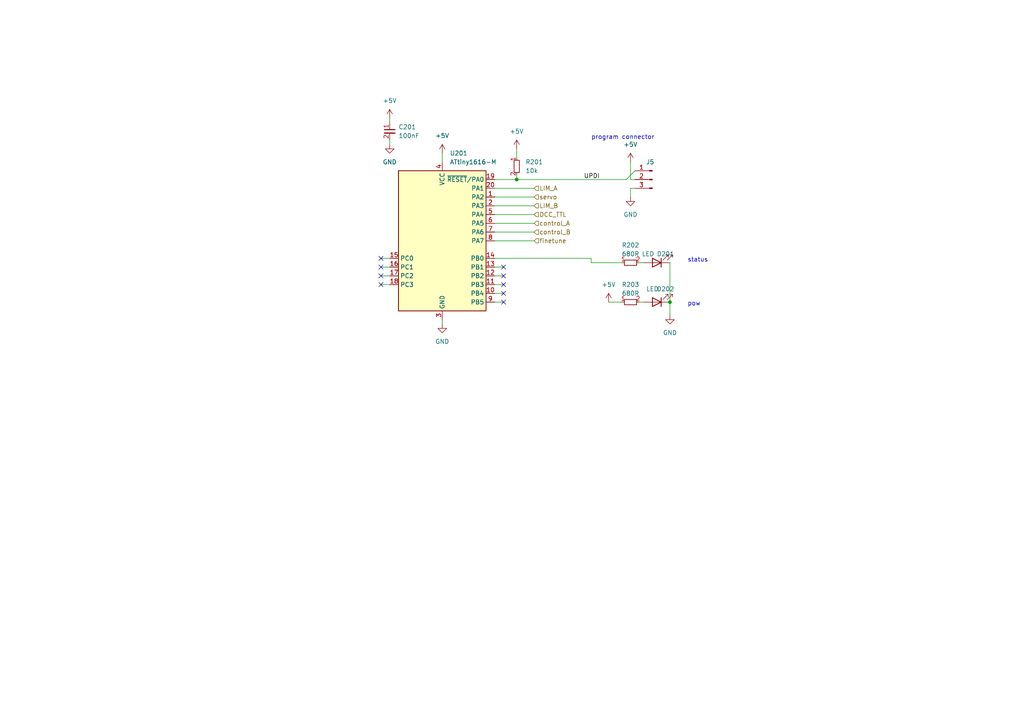
<source format=kicad_sch>
(kicad_sch (version 20230121) (generator eeschema)
  (paper "A4")
  (lib_symbols
    (symbol "Connector:Conn_01x03_Pin" (pin_names (offset 1.016) hide)
      (property "Reference" "J" (at 0 5.08 0))
      (property "Value" "Conn_01x03_Pin" (at 0 -5.08 0))
      (symbol "Conn_01x03_Pin_1_1"
        (polyline (pts (xy 1.27 -2.54) (xy 0.8636 -2.54)) (stroke (width 0.1524)))
        (polyline (pts (xy 1.27 0) (xy 0.8636 0)) (stroke (width 0.1524)))
        (polyline (pts (xy 1.27 2.54) (xy 0.8636 2.54)) (stroke (width 0.1524)))
        (rectangle (start 0.8636 -2.413) (end 0 -2.667) (stroke (width 0.1524)) (fill (type outline)))
        (rectangle (start 0.8636 0.127) (end 0 -0.127) (stroke (width 0.1524)) (fill (type outline)))
        (rectangle (start 0.8636 2.667) (end 0 2.413) (stroke (width 0.1524)) (fill (type outline)))
        (pin passive line (at 5.08 2.54 180) (length 3.81) (name "Pin_1") (number "1"))
        (pin passive line (at 5.08 0 180) (length 3.81) (name "Pin_2") (number "2"))
        (pin passive line (at 5.08 -2.54 180) (length 3.81) (name "Pin_3") (number "3"))
      )
    )
    (symbol "capacitor_miscellaneous:C_0603_100nF"
      (property "Reference" "C" (at 1.27 2.54 0))
      (property "Value" "100nF" (at 3.81 -2.54 0))
      (symbol "C_0603_100nF_0_1"
        (polyline (pts (xy -1.524 -0.508) (xy 1.524 -0.508)) (stroke (width 0.3302)))
        (polyline (pts (xy -1.524 0.508) (xy 1.524 0.508)) (stroke (width 0.3048)))
      )
      (symbol "C_0603_100nF_1_1"
        (pin passive line (at 0 2.54 270) (length 2.032) (name "~") (number "1"))
        (pin passive line (at 0 -2.54 90) (length 2.032) (name "~") (number "2"))
      )
    )
    (symbol "custom_kicad_lib_sk:ATtiny1616-M"
      (property "Reference" "U" (at -12.7 21.59 0))
      (property "Value" "ATtiny1616-M" (at 2.54 -21.59 0))
      (symbol "ATtiny1616-M_0_1"
        (rectangle (start -12.7 -20.32) (end 12.7 20.32) (stroke (width 0.254)) (fill (type background)))
      )
      (symbol "ATtiny1616-M_1_1"
        (pin bidirectional line (at 15.24 12.7 180) (length 2.54) (name "PA2") (number "1"))
        (pin bidirectional line (at 15.24 -15.24 180) (length 2.54) (name "PB4") (number "10"))
        (pin bidirectional line (at 15.24 -12.7 180) (length 2.54) (name "PB3") (number "11"))
        (pin bidirectional line (at 15.24 -10.16 180) (length 2.54) (name "PB2") (number "12"))
        (pin bidirectional line (at 15.24 -7.62 180) (length 2.54) (name "PB1") (number "13"))
        (pin bidirectional line (at 15.24 -5.08 180) (length 2.54) (name "PB0") (number "14"))
        (pin bidirectional line (at -15.24 -5.08 0) (length 2.54) (name "PC0") (number "15"))
        (pin bidirectional line (at -15.24 -7.62 0) (length 2.54) (name "PC1") (number "16"))
        (pin bidirectional line (at -15.24 -10.16 0) (length 2.54) (name "PC2") (number "17"))
        (pin bidirectional line (at -15.24 -12.7 0) (length 2.54) (name "PC3") (number "18"))
        (pin bidirectional line (at 15.24 17.78 180) (length 2.54) (name "~{RESET}/PA0") (number "19"))
        (pin bidirectional line (at 15.24 10.16 180) (length 2.54) (name "PA3") (number "2"))
        (pin bidirectional line (at 15.24 15.24 180) (length 2.54) (name "PA1") (number "20"))
        (pin passive line (at 0 -22.86 90) (length 2.54) hide (name "GND") (number "21"))
        (pin power_in line (at 0 -22.86 90) (length 2.54) (name "GND") (number "3"))
        (pin power_in line (at 0 22.86 270) (length 2.54) (name "VCC") (number "4"))
        (pin bidirectional line (at 15.24 7.62 180) (length 2.54) (name "PA4") (number "5"))
        (pin bidirectional line (at 15.24 5.08 180) (length 2.54) (name "PA5") (number "6"))
        (pin bidirectional line (at 15.24 2.54 180) (length 2.54) (name "PA6") (number "7"))
        (pin bidirectional line (at 15.24 0 180) (length 2.54) (name "PA7") (number "8"))
        (pin bidirectional line (at 15.24 -17.78 180) (length 2.54) (name "PB5") (number "9"))
      )
    )
    (symbol "custom_kicad_lib_sk:LED" (pin_numbers hide) (pin_names (offset 1.016) hide)
      (property "Reference" "D" (at 0 2.54 0))
      (property "Value" "LED" (at 0 -2.54 0))
      (symbol "LED_0_1"
        (polyline (pts (xy -1.27 -1.27) (xy -1.27 1.27)) (stroke (width 0.254)))
        (polyline (pts (xy -1.27 0) (xy 1.27 0)))
        (polyline (pts (xy 1.27 -1.27) (xy 1.27 1.27) (xy -1.27 0) (xy 1.27 -1.27)) (stroke (width 0.254)))
        (polyline (pts (xy -3.048 -0.762) (xy -4.572 -2.286) (xy -3.81 -2.286) (xy -4.572 -2.286) (xy -4.572 -1.524)))
        (polyline (pts (xy -1.778 -0.762) (xy -3.302 -2.286) (xy -2.54 -2.286) (xy -3.302 -2.286) (xy -3.302 -1.524)))
      )
      (symbol "LED_1_1"
        (pin passive line (at -3.81 0 0) (length 2.54) (name "K") (number "1"))
        (pin passive line (at 3.81 0 180) (length 2.54) (name "A") (number "2"))
      )
    )
    (symbol "power:+5V" (power) (pin_names (offset 0))
      (property "Value" "+5V" (at 0 3.556 0))
      (symbol "+5V_0_1"
        (polyline (pts (xy -0.762 1.27) (xy 0 2.54)))
        (polyline (pts (xy 0 0) (xy 0 2.54)))
        (polyline (pts (xy 0 2.54) (xy 0.762 1.27)))
      )
      (symbol "+5V_1_1"
        (pin power_in line (at 0 0 90) (length 0) hide (name "+5V") (number "1"))
      )
    )
    (symbol "power:GND" (power) (pin_names (offset 0))
      (property "Value" "GND" (at 0 -3.81 0))
      (symbol "GND_0_1"
        (polyline (pts (xy 0 0) (xy 0 -1.27) (xy 1.27 -1.27) (xy 0 -2.54) (xy -1.27 -1.27) (xy 0 -1.27)))
      )
      (symbol "GND_1_1"
        (pin power_in line (at 0 0 270) (length 0) hide (name "GND") (number "1"))
      )
    )
    (symbol "resistors_0603:R_10k_0603"
      (property "Reference" "R" (at 1.27 2.54 0))
      (property "Value" "10k" (at 2.54 -2.54 0))
      (symbol "R_10k_0603_0_1"
        (rectangle (start -0.762 1.778) (end 0.762 -1.778) (stroke (width 0.2032)))
      )
      (symbol "R_10k_0603_1_1"
        (pin passive line (at 0 2.54 270) (length 0.762) (name "~") (number "1"))
        (pin passive line (at 0 -2.54 90) (length 0.762) (name "~") (number "2"))
      )
    )
    (symbol "resistors_0603:R_680R_0603"
      (property "Reference" "R" (at 1.27 2.54 0))
      (property "Value" "680R" (at 2.54 -2.54 0))
      (symbol "R_680R_0603_0_1"
        (rectangle (start -0.762 1.778) (end 0.762 -1.778) (stroke (width 0.2032)))
      )
      (symbol "R_680R_0603_1_1"
        (pin passive line (at 0 2.54 270) (length 0.762) (name "~") (number "1"))
        (pin passive line (at 0 -2.54 90) (length 0.762) (name "~") (number "2"))
      )
    )
  )
  (junction (at 149.86 52.07))
  (junction (at 194.31 87.63))
  (no_connect (at 110.49 80.01))
  (no_connect (at 146.05 82.55))
  (no_connect (at 146.05 85.09))
  (no_connect (at 146.05 80.01))
  (no_connect (at 110.49 74.93))
  (no_connect (at 146.05 77.47))
  (no_connect (at 146.05 87.63))
  (no_connect (at 110.49 77.47))
  (no_connect (at 110.49 82.55))
  (wire (pts (xy 110.49 82.55) (xy 113.03 82.55)))
  (wire (pts (xy 185.42 76.2) (xy 186.69 76.2)))
  (wire (pts (xy 176.53 87.63) (xy 180.34 87.63)))
  (wire (pts (xy 110.49 77.47) (xy 113.03 77.47)))
  (wire (pts (xy 185.42 87.63) (xy 186.69 87.63)))
  (wire (pts (xy 143.51 64.77) (xy 154.94 64.77)))
  (wire (pts (xy 146.05 85.09) (xy 143.51 85.09)))
  (wire (pts (xy 146.05 87.63) (xy 143.51 87.63)))
  (wire (pts (xy 182.88 54.61) (xy 184.15 54.61)))
  (wire (pts (xy 180.34 76.2) (xy 171.45 76.2)))
  (wire (pts (xy 143.51 59.69) (xy 154.94 59.69)))
  (wire (pts (xy 143.51 52.07) (xy 149.86 52.07)))
  (wire (pts (xy 143.51 54.61) (xy 154.94 54.61)))
  (wire (pts (xy 143.51 69.85) (xy 154.94 69.85)))
  (wire (pts (xy 182.88 52.07) (xy 184.15 52.07)))
  (wire (pts (xy 181.61 52.07) (xy 184.15 49.53)))
  (wire (pts (xy 149.86 52.07) (xy 181.61 52.07)))
  (wire (pts (xy 110.49 80.01) (xy 113.03 80.01)))
  (wire (pts (xy 128.27 44.45) (xy 128.27 46.99)))
  (wire (pts (xy 128.27 92.71) (xy 128.27 93.98)))
  (wire (pts (xy 143.51 62.23) (xy 154.94 62.23)))
  (wire (pts (xy 146.05 80.01) (xy 143.51 80.01)))
  (wire (pts (xy 149.86 50.8) (xy 149.86 52.07)))
  (wire (pts (xy 194.31 87.63) (xy 194.31 91.44)))
  (wire (pts (xy 113.03 34.29) (xy 113.03 35.56)))
  (wire (pts (xy 146.05 77.47) (xy 143.51 77.47)))
  (wire (pts (xy 182.88 54.61) (xy 182.88 57.15)))
  (wire (pts (xy 143.51 74.93) (xy 171.45 74.93)))
  (wire (pts (xy 110.49 74.93) (xy 113.03 74.93)))
  (wire (pts (xy 113.03 40.64) (xy 113.03 41.91)))
  (wire (pts (xy 143.51 57.15) (xy 154.94 57.15)))
  (wire (pts (xy 194.31 76.2) (xy 194.31 87.63)))
  (wire (pts (xy 146.05 82.55) (xy 143.51 82.55)))
  (wire (pts (xy 182.88 46.99) (xy 182.88 52.07)))
  (wire (pts (xy 143.51 67.31) (xy 154.94 67.31)))
  (wire (pts (xy 149.86 43.18) (xy 149.86 45.72)))
  (wire (pts (xy 171.45 76.2) (xy 171.45 74.93)))
  (text "pow" (at 199.39 88.9 0) (effects (font (size 1.27 1.27)) (justify left bottom)))
  (text "program connector" (at 171.45 40.64 0) (effects (font (size 1.27 1.27)) (justify left bottom)))
  (text "status\n" (at 199.39 76.2 0) (effects (font (size 1.27 1.27)) (justify left bottom)))
  (label "UPDI" (at 173.99 52.07 180))
  (hierarchical_label "control_B" (shape input) (at 154.94 67.31 0))
  (hierarchical_label "control_A" (shape input) (at 154.94 64.77 0))
  (hierarchical_label "servo" (shape input) (at 154.94 57.15 0))
  (hierarchical_label "LIM_B" (shape input) (at 154.94 59.69 0))
  (hierarchical_label "DCC_TTL" (shape input) (at 154.94 62.23 0))
  (hierarchical_label "finetune" (shape input) (at 154.94 69.85 0))
  (hierarchical_label "LIM_A" (shape input) (at 154.94 54.61 0))
  (symbol (lib_id "custom_kicad_lib_sk:LED") (at 190.5 76.2 180) (unit 1)
    (property "Reference" "D201" (at 193.04 73.66 0))
    (property "Value" "LED" (at 187.96 73.66 0))
    (property "Footprint" "LED_SMD:LED_0805_2012Metric_Pad1.15x1.40mm_HandSolder" (effects hide))
    (property "JLCPCB Part#" "C2296" (effects hide))
  )
  (symbol (lib_id "power:GND") (at 194.31 91.44 0) (unit 1)
    (property "Reference" "#PWR0206" (effects hide))
    (property "Value" "GND" (at 194.31 96.52 0))
  )
  (symbol (lib_id "power:+5V") (at 113.03 34.29 0) (unit 1)
    (property "Reference" "#PWR0201" (effects hide))
    (property "Value" "+5V" (at 113.03 29.21 0))
  )
  (symbol (lib_id "resistors_0603:R_10k_0603") (at 149.86 48.26 0) (unit 1)
    (property "Reference" "R201" (at 152.4 46.99 0) (effects (justify left)))
    (property "Value" "10k" (at 152.4 49.53 0) (effects (justify left)))
    (property "Footprint" "custom_kicad_lib_sk:R_0603_smalltext" (effects hide))
    (property "JLCPCB Part#" "C25804" (effects hide))
  )
  (symbol (lib_id "Connector:Conn_01x03_Pin") (at 189.23 52.07 0) (mirror y) (unit 1)
    (property "Reference" "J5" (at 188.595 46.99 0))
    (property "Value" "Conn_01x03_Pin" (effects hide))
    (property "Footprint" "Connector_PinHeader_1.27mm:PinHeader_1x03_P1.27mm_Vertical" (effects hide))
    (instances (project "semaphore" (path "" (reference "J5") (unit 1))) (project "servoFrogSwitches" (path "" (reference "J201") (unit 1))) (project "LoPiTS" (path "" (reference "J5") (unit 1))) (project "lightSignal" (path "" (reference "J5") (unit 1)) (path "" (reference "J201") (unit 1))))
  )
  (symbol (lib_id "resistors_0603:R_680R_0603") (at 182.88 87.63 90) (unit 1)
    (property "Reference" "R203" (at 182.88 82.55 90))
    (property "Value" "680R" (at 182.88 85.09 90))
    (property "Footprint" "custom_kicad_lib_sk:R_0603_smalltext" (effects hide))
    (property "JLCPCB Part#" "C17798" (effects hide))
  )
  (symbol (lib_id "custom_kicad_lib_sk:LED") (at 190.5 87.63 180) (unit 1)
    (property "Reference" "D202" (at 193.04 83.82 0))
    (property "Value" "LED" (at 189.23 83.82 0))
    (property "Footprint" "LED_SMD:LED_0805_2012Metric_Pad1.15x1.40mm_HandSolder" (effects hide))
    (property "JLCPCB Part#" "C2296" (effects hide))
  )
  (symbol (lib_id "power:+5V") (at 128.27 44.45 0) (unit 1)
    (property "Reference" "#PWR0203" (effects hide))
    (property "Value" "+5V" (at 128.27 39.37 0))
  )
  (symbol (lib_id "power:GND") (at 182.88 57.15 0) (unit 1)
    (property "Reference" "#PWR0208" (effects hide))
    (property "Value" "GND" (at 182.88 62.23 0))
  )
  (symbol (lib_id "power:+5V") (at 182.88 46.99 0) (unit 1)
    (property "Reference" "#PWR0209" (effects hide))
    (property "Value" "+5V" (at 182.88 41.91 0))
  )
  (symbol (lib_id "power:GND") (at 113.03 41.91 0) (unit 1)
    (property "Reference" "#PWR0202" (effects hide))
    (property "Value" "GND" (at 113.03 46.99 0))
  )
  (symbol (lib_id "capacitor_miscellaneous:C_0603_100nF") (at 113.03 38.1 0) (unit 1)
    (property "Reference" "C201" (at 115.57 36.8363 0) (effects (justify left)))
    (property "Value" "100nF" (at 115.57 39.3763 0) (effects (justify left)))
    (property "Footprint" "Capacitor_SMD:C_0603_1608Metric" (effects hide))
    (property "JLCPCB Part#" "C14663" (effects hide))
  )
  (symbol (lib_id "custom_kicad_lib_sk:ATtiny1616-M") (at 128.27 69.85 0) (unit 1)
    (property "Reference" "U201" (at 130.4641 44.45 0) (effects (justify left)))
    (property "Value" "ATtiny1616-M" (at 130.4641 46.99 0) (effects (justify left)))
    (property "Footprint" "custom_kicad_lib_sk:VQFN-20-1EP_3x3mm_P0.4mm_EP1.7x1.7mm" (effects hide))
    (property "Datasheet" "http://ww1.microchip.com/downloads/en/DeviceDoc/ATtiny3216_ATtiny1616-data-sheet-40001997B.pdf" (effects hide))
    (property "JLCPCB Part#" "C507118" (effects hide))
  )
  (symbol (lib_id "power:GND") (at 128.27 93.98 0) (unit 1)
    (property "Reference" "#PWR0205" (effects hide))
    (property "Value" "GND" (at 128.27 99.06 0))
  )
  (symbol (lib_id "resistors_0603:R_680R_0603") (at 182.88 76.2 90) (unit 1)
    (property "Reference" "R202" (at 182.88 71.12 90))
    (property "Value" "680R" (at 182.88 73.66 90))
    (property "Footprint" "custom_kicad_lib_sk:R_0603_smalltext" (effects hide))
    (property "JLCPCB Part#" "C17798" (effects hide))
  )
  (symbol (lib_id "power:+5V") (at 149.86 43.18 0) (unit 1)
    (property "Reference" "#PWR0204" (effects hide))
    (property "Value" "+5V" (at 149.86 38.1 0))
  )
  (symbol (lib_id "power:+5V") (at 176.53 87.63 0) (unit 1)
    (property "Reference" "#PWR0207" (effects hide))
    (property "Value" "+5V" (at 176.53 82.55 0))
  )
)
</source>
